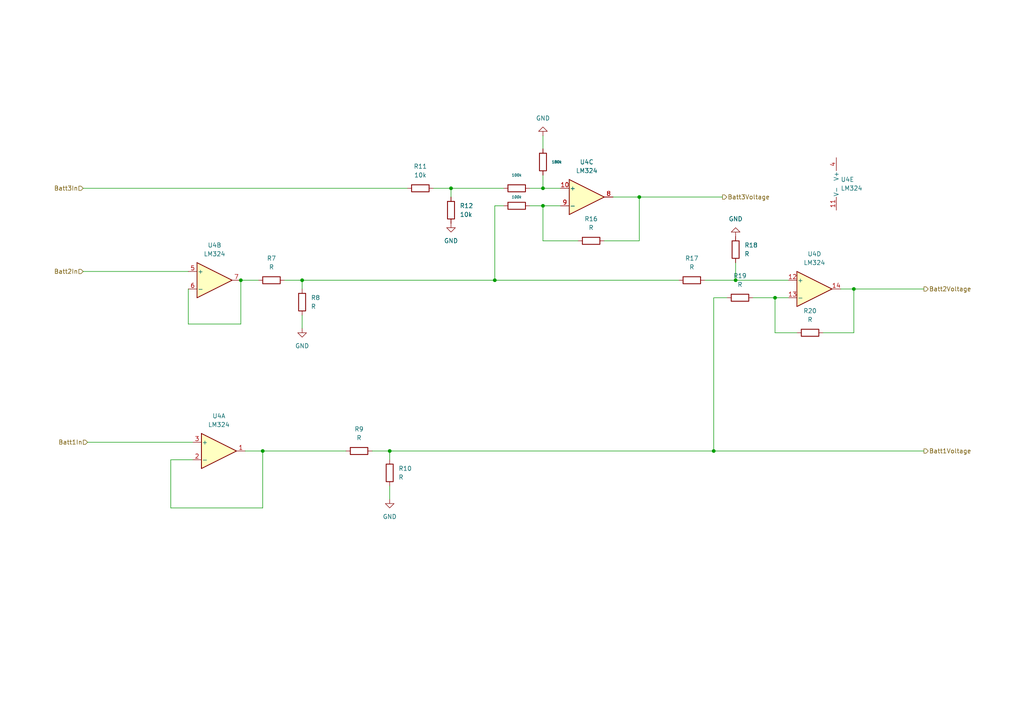
<source format=kicad_sch>
(kicad_sch (version 20230121) (generator eeschema)
  (paper "A4")
  (lib_symbols
    (symbol "Amplifier_Operational:LM324" (pin_names (offset 0.127))
      (property "Reference" "U" (at 0 5.08 0))
      (property "Value" "LM324" (at 0 -5.08 0))
      (symbol "LM324_1_1"
        (polyline (pts (xy -5.08 5.08) (xy 5.08 0) (xy -5.08 -5.08) (xy -5.08 5.08)) (stroke (width 0.254)) (fill (type background)))
        (pin output line (at 7.62 0 180) (length 2.54) (name "~") (number "1"))
        (pin input line (at -7.62 -2.54 0) (length 2.54) (name "-") (number "2"))
        (pin input line (at -7.62 2.54 0) (length 2.54) (name "+") (number "3"))
      )
      (symbol "LM324_2_1"
        (polyline (pts (xy -5.08 5.08) (xy 5.08 0) (xy -5.08 -5.08) (xy -5.08 5.08)) (stroke (width 0.254)) (fill (type background)))
        (pin input line (at -7.62 2.54 0) (length 2.54) (name "+") (number "5"))
        (pin input line (at -7.62 -2.54 0) (length 2.54) (name "-") (number "6"))
        (pin output line (at 7.62 0 180) (length 2.54) (name "~") (number "7"))
      )
      (symbol "LM324_3_1"
        (polyline (pts (xy -5.08 5.08) (xy 5.08 0) (xy -5.08 -5.08) (xy -5.08 5.08)) (stroke (width 0.254)) (fill (type background)))
        (pin input line (at -7.62 2.54 0) (length 2.54) (name "+") (number "10"))
        (pin output line (at 7.62 0 180) (length 2.54) (name "~") (number "8"))
        (pin input line (at -7.62 -2.54 0) (length 2.54) (name "-") (number "9"))
      )
      (symbol "LM324_4_1"
        (polyline (pts (xy -5.08 5.08) (xy 5.08 0) (xy -5.08 -5.08) (xy -5.08 5.08)) (stroke (width 0.254)) (fill (type background)))
        (pin input line (at -7.62 2.54 0) (length 2.54) (name "+") (number "12"))
        (pin input line (at -7.62 -2.54 0) (length 2.54) (name "-") (number "13"))
        (pin output line (at 7.62 0 180) (length 2.54) (name "~") (number "14"))
      )
      (symbol "LM324_5_1"
        (pin power_in line (at -2.54 -7.62 90) (length 3.81) (name "V-") (number "11"))
        (pin power_in line (at -2.54 7.62 270) (length 3.81) (name "V+") (number "4"))
      )
    )
    (symbol "Device:R" (pin_numbers hide) (pin_names (offset 0))
      (property "Reference" "R" (at 2.032 0 90))
      (property "Value" "R" (at 0 0 90))
      (symbol "R_0_1"
        (rectangle (start -1.016 -2.54) (end 1.016 2.54) (stroke (width 0.254)))
      )
      (symbol "R_1_1"
        (pin passive line (at 0 3.81 270) (length 1.27) (name "~") (number "1"))
        (pin passive line (at 0 -3.81 90) (length 1.27) (name "~") (number "2"))
      )
    )
    (symbol "power:GND" (power) (pin_names (offset 0))
      (property "Value" "GND" (at 0 -3.81 0))
      (symbol "GND_0_1"
        (polyline (pts (xy 0 0) (xy 0 -1.27) (xy 1.27 -1.27) (xy 0 -2.54) (xy -1.27 -1.27) (xy 0 -1.27)))
      )
      (symbol "GND_1_1"
        (pin power_in line (at 0 0 270) (length 0) hide (name "GND") (number "1"))
      )
    )
  )
  (junction (at 157.48 59.69))
  (junction (at 224.79 86.36))
  (junction (at 185.42 57.15))
  (junction (at 143.51 81.28))
  (junction (at 157.48 54.61))
  (junction (at 69.85 81.28))
  (junction (at 113.03 130.81))
  (junction (at 213.36 81.28))
  (junction (at 130.81 54.61))
  (junction (at 76.2 130.81))
  (junction (at 247.65 83.82))
  (junction (at 87.63 81.28))
  (junction (at 207.01 130.81))
  (wire (pts (xy 228.6 86.36) (xy 224.79 86.36)))
  (wire (pts (xy 107.95 130.81) (xy 113.03 130.81)))
  (wire (pts (xy 76.2 130.81) (xy 100.33 130.81)))
  (wire (pts (xy 247.65 83.82) (xy 243.84 83.82)))
  (wire (pts (xy 157.48 39.37) (xy 157.48 43.18)))
  (wire (pts (xy 213.36 81.28) (xy 204.47 81.28)))
  (wire (pts (xy 210.82 86.36) (xy 207.01 86.36)))
  (wire (pts (xy 49.53 133.35) (xy 49.53 147.32)))
  (wire (pts (xy 153.67 59.69) (xy 157.48 59.69)))
  (wire (pts (xy 231.14 96.52) (xy 224.79 96.52)))
  (wire (pts (xy 143.51 59.69) (xy 143.51 81.28)))
  (wire (pts (xy 146.05 54.61) (xy 130.81 54.61)))
  (wire (pts (xy 24.13 78.74) (xy 54.61 78.74)))
  (wire (pts (xy 24.13 54.61) (xy 118.11 54.61)))
  (wire (pts (xy 113.03 130.81) (xy 113.03 133.35)))
  (wire (pts (xy 69.85 81.28) (xy 74.93 81.28)))
  (wire (pts (xy 162.56 54.61) (xy 157.48 54.61)))
  (wire (pts (xy 167.64 69.85) (xy 157.48 69.85)))
  (wire (pts (xy 87.63 81.28) (xy 143.51 81.28)))
  (wire (pts (xy 55.88 133.35) (xy 49.53 133.35)))
  (wire (pts (xy 157.48 59.69) (xy 157.48 69.85)))
  (wire (pts (xy 54.61 83.82) (xy 54.61 93.98)))
  (wire (pts (xy 213.36 76.2) (xy 213.36 81.28)))
  (wire (pts (xy 87.63 91.44) (xy 87.63 95.25)))
  (wire (pts (xy 113.03 130.81) (xy 207.01 130.81)))
  (wire (pts (xy 69.85 93.98) (xy 69.85 81.28)))
  (wire (pts (xy 207.01 130.81) (xy 267.97 130.81)))
  (wire (pts (xy 247.65 96.52) (xy 247.65 83.82)))
  (wire (pts (xy 157.48 54.61) (xy 153.67 54.61)))
  (wire (pts (xy 82.55 81.28) (xy 87.63 81.28)))
  (wire (pts (xy 54.61 93.98) (xy 69.85 93.98)))
  (wire (pts (xy 185.42 69.85) (xy 185.42 57.15)))
  (wire (pts (xy 238.76 96.52) (xy 247.65 96.52)))
  (wire (pts (xy 207.01 86.36) (xy 207.01 130.81)))
  (wire (pts (xy 125.73 54.61) (xy 130.81 54.61)))
  (wire (pts (xy 224.79 86.36) (xy 224.79 96.52)))
  (wire (pts (xy 185.42 57.15) (xy 209.55 57.15)))
  (wire (pts (xy 113.03 140.97) (xy 113.03 144.78)))
  (wire (pts (xy 76.2 130.81) (xy 71.12 130.81)))
  (wire (pts (xy 185.42 57.15) (xy 177.8 57.15)))
  (wire (pts (xy 175.26 69.85) (xy 185.42 69.85)))
  (wire (pts (xy 130.81 57.15) (xy 130.81 54.61)))
  (wire (pts (xy 25.4 128.27) (xy 55.88 128.27)))
  (wire (pts (xy 146.05 59.69) (xy 143.51 59.69)))
  (wire (pts (xy 157.48 50.8) (xy 157.48 54.61)))
  (wire (pts (xy 87.63 83.82) (xy 87.63 81.28)))
  (wire (pts (xy 143.51 81.28) (xy 196.85 81.28)))
  (wire (pts (xy 218.44 86.36) (xy 224.79 86.36)))
  (wire (pts (xy 49.53 147.32) (xy 76.2 147.32)))
  (wire (pts (xy 76.2 147.32) (xy 76.2 130.81)))
  (wire (pts (xy 162.56 59.69) (xy 157.48 59.69)))
  (wire (pts (xy 247.65 83.82) (xy 267.97 83.82)))
  (wire (pts (xy 213.36 81.28) (xy 228.6 81.28)))
  (hierarchical_label "Batt1In" (shape input) (at 25.4 128.27 180))
  (hierarchical_label "Batt3In" (shape input) (at 24.13 54.61 180))
  (hierarchical_label "Batt3Voltage" (shape output) (at 209.55 57.15 0))
  (hierarchical_label "Batt1Voltage" (shape output) (at 267.97 130.81 0))
  (hierarchical_label "Batt2Voltage" (shape output) (at 267.97 83.82 0))
  (hierarchical_label "Batt2In" (shape input) (at 24.13 78.74 180))
  (symbol (lib_id "Device:R") (at 87.63 87.63 0) (unit 1)
    (property "Reference" "R8" (at 90.17 86.36 0) (effects (justify left)))
    (property "Value" "R" (at 90.17 88.9 0) (effects (justify left)))
    (instances (project "WholeBMS1" (path "" (reference "R8") (unit 1))) (project "Untitled" (path "" (reference "R2") (unit 1))))
  )
  (symbol (lib_id "Device:R") (at 149.86 59.69 90) (unit 1)
    (property "Reference" "R14" (effects hide))
    (property "Value" "100k" (at 149.86 57.15 90) (effects (font (size 0.762 0.762) italic)))
    (instances (project "WholeBMS1" (path "" (reference "R14") (unit 1))) (project "Untitled" (path "" (reference "R4") (unit 1))))
  )
  (symbol (lib_id "Device:R") (at 113.03 137.16 0) (unit 1)
    (property "Reference" "R10" (at 115.57 135.89 0) (effects (justify left)))
    (property "Value" "R" (at 115.57 138.43 0) (effects (justify left)))
    (instances (project "WholeBMS1" (path "" (reference "R10") (unit 1))) (project "Untitled" (path "" (reference "R14") (unit 1))))
  )
  (symbol (lib_id "power:GND") (at 157.48 39.37 180) (unit 1)
    (property "Reference" "#PWR014" (effects hide))
    (property "Value" "GND" (at 157.48 34.29 0))
    (instances (project "WholeBMS1" (path "" (reference "#PWR014") (unit 1))) (project "Untitled" (path "" (reference "#PWR03") (unit 1))))
  )
  (symbol (lib_id "Device:R") (at 213.36 72.39 0) (unit 1)
    (property "Reference" "R18" (at 215.9 71.12 0) (effects (justify left)))
    (property "Value" "R" (at 215.9 73.66 0) (effects (justify left)))
    (instances (project "WholeBMS1" (path "" (reference "R18") (unit 1))) (project "Untitled" (path "" (reference "R10") (unit 1))))
  )
  (symbol (lib_id "Amplifier_Operational:LM324") (at 236.22 83.82 0) (unit 4)
    (property "Reference" "U4" (at 236.22 73.66 0))
    (property "Value" "LM324" (at 236.22 76.2 0))
    (property "Datasheet" "http://www.ti.com/lit/ds/symlink/lm2902-n.pdf" (effects hide))
  )
  (symbol (lib_id "Device:R") (at 234.95 96.52 90) (unit 1)
    (property "Reference" "R20" (at 234.95 90.17 90))
    (property "Value" "R" (at 234.95 92.71 90))
    (instances (project "WholeBMS1" (path "" (reference "R20") (unit 1))) (project "Untitled" (path "" (reference "R11") (unit 1))))
  )
  (symbol (lib_id "power:GND") (at 87.63 95.25 0) (unit 1)
    (property "Reference" "#PWR011" (effects hide))
    (property "Value" "GND" (at 87.63 100.33 0))
    (instances (project "WholeBMS1" (path "" (reference "#PWR011") (unit 1))) (project "Untitled" (path "" (reference "#PWR01") (unit 1))))
  )
  (symbol (lib_id "Device:R") (at 214.63 86.36 90) (unit 1)
    (property "Reference" "R19" (at 214.63 80.01 90))
    (property "Value" "R" (at 214.63 82.55 90))
    (instances (project "WholeBMS1" (path "" (reference "R19") (unit 1))) (project "Untitled" (path "" (reference "R12") (unit 1))))
  )
  (symbol (lib_id "Device:R") (at 104.14 130.81 90) (unit 1)
    (property "Reference" "R9" (at 104.14 124.46 90))
    (property "Value" "R" (at 104.14 127 90))
    (instances (project "WholeBMS1" (path "" (reference "R9") (unit 1))) (project "Untitled" (path "" (reference "R13") (unit 1))))
  )
  (symbol (lib_id "Device:R") (at 157.48 46.99 0) (unit 1)
    (property "Reference" "R15" (effects hide))
    (property "Value" "180k" (at 160.02 46.9899 0) (effects (font (size 0.762 0.762)) (justify left)))
    (instances (project "WholeBMS1" (path "" (reference "R15") (unit 1))) (project "Untitled" (path "" (reference "R7") (unit 1))))
  )
  (symbol (lib_id "Device:R") (at 130.81 60.96 0) (unit 1)
    (property "Reference" "R12" (at 133.35 59.69 0) (effects (justify left)))
    (property "Value" "10k" (at 133.35 62.23 0) (effects (justify left)))
    (instances (project "WholeBMS1" (path "" (reference "R12") (unit 1))) (project "Untitled" (path "" (reference "R2") (unit 1))))
  )
  (symbol (lib_id "power:GND") (at 213.36 68.58 180) (unit 1)
    (property "Reference" "#PWR015" (effects hide))
    (property "Value" "GND" (at 213.36 63.5 0))
    (instances (project "WholeBMS1" (path "" (reference "#PWR015") (unit 1))) (project "Untitled" (path "" (reference "#PWR04") (unit 1))))
  )
  (symbol (lib_id "power:GND") (at 130.81 64.77 0) (unit 1)
    (property "Reference" "#PWR013" (effects hide))
    (property "Value" "GND" (at 130.81 69.85 0))
    (instances (project "WholeBMS1" (path "" (reference "#PWR013") (unit 1))) (project "Untitled" (path "" (reference "#PWR02") (unit 1))))
  )
  (symbol (lib_id "Amplifier_Operational:LM324") (at 63.5 130.81 0) (unit 1)
    (property "Reference" "U4" (at 63.5 120.65 0))
    (property "Value" "LM324" (at 63.5 123.19 0))
    (property "Datasheet" "http://www.ti.com/lit/ds/symlink/lm2902-n.pdf" (effects hide))
  )
  (symbol (lib_id "Device:R") (at 78.74 81.28 90) (unit 1)
    (property "Reference" "R7" (at 78.74 74.93 90))
    (property "Value" "R" (at 78.74 77.47 90))
    (instances (project "WholeBMS1" (path "" (reference "R7") (unit 1))) (project "Untitled" (path "" (reference "R1") (unit 1))))
  )
  (symbol (lib_id "Device:R") (at 121.92 54.61 90) (unit 1)
    (property "Reference" "R11" (at 121.92 48.26 90))
    (property "Value" "10k" (at 121.92 50.8 90))
    (instances (project "WholeBMS1" (path "" (reference "R11") (unit 1))) (project "Untitled" (path "" (reference "R1") (unit 1))))
  )
  (symbol (lib_id "Device:R") (at 200.66 81.28 90) (unit 1)
    (property "Reference" "R17" (at 200.66 74.93 90))
    (property "Value" "R" (at 200.66 77.47 90))
    (instances (project "WholeBMS1" (path "" (reference "R17") (unit 1))) (project "Untitled" (path "" (reference "R9") (unit 1))))
  )
  (symbol (lib_id "Amplifier_Operational:LM324") (at 245.11 53.34 0) (unit 5)
    (property "Reference" "U4" (at 243.84 52.07 0) (effects (justify left)))
    (property "Value" "LM324" (at 243.84 54.61 0) (effects (justify left)))
    (property "Datasheet" "http://www.ti.com/lit/ds/symlink/lm2902-n.pdf" (effects hide))
  )
  (symbol (lib_id "Device:R") (at 149.86 54.61 270) (unit 1)
    (property "Reference" "R13" (effects hide))
    (property "Value" "100k" (at 149.86 50.8 90) (effects (font (size 0.762 0.762) bold)))
    (instances (project "WholeBMS1" (path "" (reference "R13") (unit 1))) (project "Untitled" (path "" (reference "R3") (unit 1))))
  )
  (symbol (lib_id "Amplifier_Operational:LM324") (at 170.18 57.15 0) (unit 3)
    (property "Reference" "U4" (at 170.18 46.99 0))
    (property "Value" "LM324" (at 170.18 49.53 0))
    (property "Datasheet" "http://www.ti.com/lit/ds/symlink/lm2902-n.pdf" (effects hide))
  )
  (symbol (lib_id "Device:R") (at 171.45 69.85 90) (unit 1)
    (property "Reference" "R16" (at 171.45 63.5 90))
    (property "Value" "R" (at 171.45 66.04 90))
    (instances (project "WholeBMS1" (path "" (reference "R16") (unit 1))) (project "Untitled" (path "" (reference "R5") (unit 1))))
  )
  (symbol (lib_id "power:GND") (at 113.03 144.78 0) (unit 1)
    (property "Reference" "#PWR012" (effects hide))
    (property "Value" "GND" (at 113.03 149.86 0))
    (instances (project "WholeBMS1" (path "" (reference "#PWR012") (unit 1))) (project "Untitled" (path "" (reference "#PWR05") (unit 1))))
  )
  (symbol (lib_id "Amplifier_Operational:LM324") (at 62.23 81.28 0) (unit 2)
    (property "Reference" "U4" (at 62.23 71.12 0))
    (property "Value" "LM324" (at 62.23 73.66 0))
    (property "Datasheet" "http://www.ti.com/lit/ds/symlink/lm2902-n.pdf" (effects hide))
  )
)
</source>
